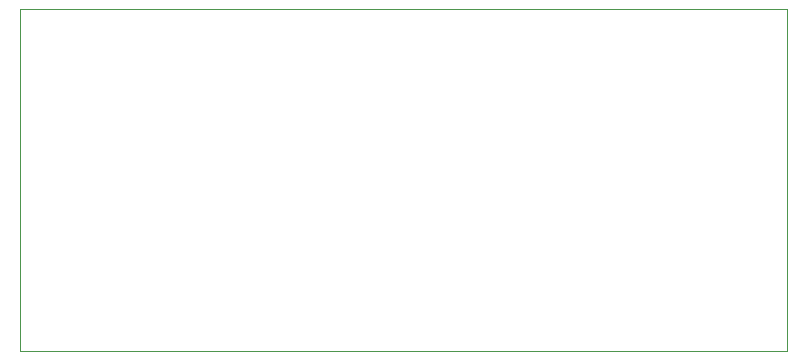
<source format=gbr>
G04 #@! TF.GenerationSoftware,KiCad,Pcbnew,6.0.0-rc1-unknown-r14633-2e907bfa*
G04 #@! TF.CreationDate,2018-12-23T16:51:31-08:00
G04 #@! TF.ProjectId,td-rgb,74642d72-6762-42e6-9b69-6361645f7063,rev?*
G04 #@! TF.SameCoordinates,Original*
G04 #@! TF.FileFunction,Profile,NP*
%FSLAX46Y46*%
G04 Gerber Fmt 4.6, Leading zero omitted, Abs format (unit mm)*
G04 Created by KiCad (PCBNEW 6.0.0-rc1-unknown-r14633-2e907bfa) date Sun 23 Dec 2018 04:51:31 PM PST*
%MOMM*%
%LPD*%
G04 APERTURE LIST*
%ADD10C,0.050000*%
G04 APERTURE END LIST*
D10*
X110000000Y-83000000D02*
X110000000Y-112000000D01*
X175000000Y-83000000D02*
X110000000Y-83000000D01*
X175000000Y-112000000D02*
X175000000Y-83000000D01*
X110000000Y-112000000D02*
X175000000Y-112000000D01*
M02*

</source>
